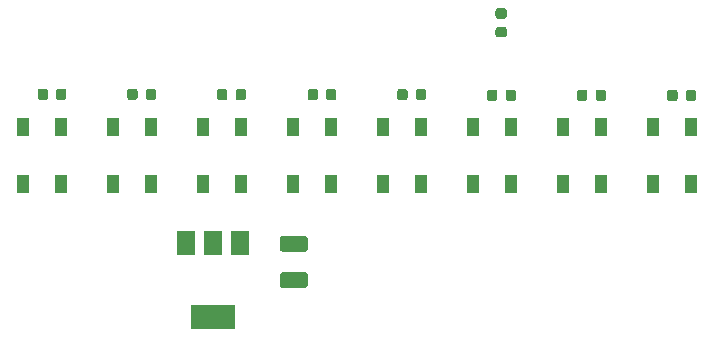
<source format=gbr>
G04 #@! TF.GenerationSoftware,KiCad,Pcbnew,(5.1.2-1)-1*
G04 #@! TF.CreationDate,2020-01-28T06:09:07-07:00*
G04 #@! TF.ProjectId,tiny_stick,74696e79-5f73-4746-9963-6b2e6b696361,rev?*
G04 #@! TF.SameCoordinates,Original*
G04 #@! TF.FileFunction,Paste,Top*
G04 #@! TF.FilePolarity,Positive*
%FSLAX46Y46*%
G04 Gerber Fmt 4.6, Leading zero omitted, Abs format (unit mm)*
G04 Created by KiCad (PCBNEW (5.1.2-1)-1) date 2020-01-28 06:09:07*
%MOMM*%
%LPD*%
G04 APERTURE LIST*
%ADD10C,0.100000*%
%ADD11C,0.875000*%
%ADD12C,1.325000*%
%ADD13R,1.500000X2.000000*%
%ADD14R,3.800000X2.000000*%
%ADD15R,1.000000X1.500000*%
G04 APERTURE END LIST*
D10*
G36*
X90791291Y-83244453D02*
G01*
X90812526Y-83247603D01*
X90833350Y-83252819D01*
X90853562Y-83260051D01*
X90872968Y-83269230D01*
X90891381Y-83280266D01*
X90908624Y-83293054D01*
X90924530Y-83307470D01*
X90938946Y-83323376D01*
X90951734Y-83340619D01*
X90962770Y-83359032D01*
X90971949Y-83378438D01*
X90979181Y-83398650D01*
X90984397Y-83419474D01*
X90987547Y-83440709D01*
X90988600Y-83462150D01*
X90988600Y-83974650D01*
X90987547Y-83996091D01*
X90984397Y-84017326D01*
X90979181Y-84038150D01*
X90971949Y-84058362D01*
X90962770Y-84077768D01*
X90951734Y-84096181D01*
X90938946Y-84113424D01*
X90924530Y-84129330D01*
X90908624Y-84143746D01*
X90891381Y-84156534D01*
X90872968Y-84167570D01*
X90853562Y-84176749D01*
X90833350Y-84183981D01*
X90812526Y-84189197D01*
X90791291Y-84192347D01*
X90769850Y-84193400D01*
X90332350Y-84193400D01*
X90310909Y-84192347D01*
X90289674Y-84189197D01*
X90268850Y-84183981D01*
X90248638Y-84176749D01*
X90229232Y-84167570D01*
X90210819Y-84156534D01*
X90193576Y-84143746D01*
X90177670Y-84129330D01*
X90163254Y-84113424D01*
X90150466Y-84096181D01*
X90139430Y-84077768D01*
X90130251Y-84058362D01*
X90123019Y-84038150D01*
X90117803Y-84017326D01*
X90114653Y-83996091D01*
X90113600Y-83974650D01*
X90113600Y-83462150D01*
X90114653Y-83440709D01*
X90117803Y-83419474D01*
X90123019Y-83398650D01*
X90130251Y-83378438D01*
X90139430Y-83359032D01*
X90150466Y-83340619D01*
X90163254Y-83323376D01*
X90177670Y-83307470D01*
X90193576Y-83293054D01*
X90210819Y-83280266D01*
X90229232Y-83269230D01*
X90248638Y-83260051D01*
X90268850Y-83252819D01*
X90289674Y-83247603D01*
X90310909Y-83244453D01*
X90332350Y-83243400D01*
X90769850Y-83243400D01*
X90791291Y-83244453D01*
X90791291Y-83244453D01*
G37*
D11*
X90551100Y-83718400D03*
D10*
G36*
X89216291Y-83244453D02*
G01*
X89237526Y-83247603D01*
X89258350Y-83252819D01*
X89278562Y-83260051D01*
X89297968Y-83269230D01*
X89316381Y-83280266D01*
X89333624Y-83293054D01*
X89349530Y-83307470D01*
X89363946Y-83323376D01*
X89376734Y-83340619D01*
X89387770Y-83359032D01*
X89396949Y-83378438D01*
X89404181Y-83398650D01*
X89409397Y-83419474D01*
X89412547Y-83440709D01*
X89413600Y-83462150D01*
X89413600Y-83974650D01*
X89412547Y-83996091D01*
X89409397Y-84017326D01*
X89404181Y-84038150D01*
X89396949Y-84058362D01*
X89387770Y-84077768D01*
X89376734Y-84096181D01*
X89363946Y-84113424D01*
X89349530Y-84129330D01*
X89333624Y-84143746D01*
X89316381Y-84156534D01*
X89297968Y-84167570D01*
X89278562Y-84176749D01*
X89258350Y-84183981D01*
X89237526Y-84189197D01*
X89216291Y-84192347D01*
X89194850Y-84193400D01*
X88757350Y-84193400D01*
X88735909Y-84192347D01*
X88714674Y-84189197D01*
X88693850Y-84183981D01*
X88673638Y-84176749D01*
X88654232Y-84167570D01*
X88635819Y-84156534D01*
X88618576Y-84143746D01*
X88602670Y-84129330D01*
X88588254Y-84113424D01*
X88575466Y-84096181D01*
X88564430Y-84077768D01*
X88555251Y-84058362D01*
X88548019Y-84038150D01*
X88542803Y-84017326D01*
X88539653Y-83996091D01*
X88538600Y-83974650D01*
X88538600Y-83462150D01*
X88539653Y-83440709D01*
X88542803Y-83419474D01*
X88548019Y-83398650D01*
X88555251Y-83378438D01*
X88564430Y-83359032D01*
X88575466Y-83340619D01*
X88588254Y-83323376D01*
X88602670Y-83307470D01*
X88618576Y-83293054D01*
X88635819Y-83280266D01*
X88654232Y-83269230D01*
X88673638Y-83260051D01*
X88693850Y-83252819D01*
X88714674Y-83247603D01*
X88735909Y-83244453D01*
X88757350Y-83243400D01*
X89194850Y-83243400D01*
X89216291Y-83244453D01*
X89216291Y-83244453D01*
G37*
D11*
X88976100Y-83718400D03*
D10*
G36*
X111185505Y-98793204D02*
G01*
X111209773Y-98796804D01*
X111233572Y-98802765D01*
X111256671Y-98811030D01*
X111278850Y-98821520D01*
X111299893Y-98834132D01*
X111319599Y-98848747D01*
X111337777Y-98865223D01*
X111354253Y-98883401D01*
X111368868Y-98903107D01*
X111381480Y-98924150D01*
X111391970Y-98946329D01*
X111400235Y-98969428D01*
X111406196Y-98993227D01*
X111409796Y-99017495D01*
X111411000Y-99041999D01*
X111411000Y-99867001D01*
X111409796Y-99891505D01*
X111406196Y-99915773D01*
X111400235Y-99939572D01*
X111391970Y-99962671D01*
X111381480Y-99984850D01*
X111368868Y-100005893D01*
X111354253Y-100025599D01*
X111337777Y-100043777D01*
X111319599Y-100060253D01*
X111299893Y-100074868D01*
X111278850Y-100087480D01*
X111256671Y-100097970D01*
X111233572Y-100106235D01*
X111209773Y-100112196D01*
X111185505Y-100115796D01*
X111161001Y-100117000D01*
X109310999Y-100117000D01*
X109286495Y-100115796D01*
X109262227Y-100112196D01*
X109238428Y-100106235D01*
X109215329Y-100097970D01*
X109193150Y-100087480D01*
X109172107Y-100074868D01*
X109152401Y-100060253D01*
X109134223Y-100043777D01*
X109117747Y-100025599D01*
X109103132Y-100005893D01*
X109090520Y-99984850D01*
X109080030Y-99962671D01*
X109071765Y-99939572D01*
X109065804Y-99915773D01*
X109062204Y-99891505D01*
X109061000Y-99867001D01*
X109061000Y-99041999D01*
X109062204Y-99017495D01*
X109065804Y-98993227D01*
X109071765Y-98969428D01*
X109080030Y-98946329D01*
X109090520Y-98924150D01*
X109103132Y-98903107D01*
X109117747Y-98883401D01*
X109134223Y-98865223D01*
X109152401Y-98848747D01*
X109172107Y-98834132D01*
X109193150Y-98821520D01*
X109215329Y-98811030D01*
X109238428Y-98802765D01*
X109262227Y-98796804D01*
X109286495Y-98793204D01*
X109310999Y-98792000D01*
X111161001Y-98792000D01*
X111185505Y-98793204D01*
X111185505Y-98793204D01*
G37*
D12*
X110236000Y-99454500D03*
D10*
G36*
X111185505Y-95718204D02*
G01*
X111209773Y-95721804D01*
X111233572Y-95727765D01*
X111256671Y-95736030D01*
X111278850Y-95746520D01*
X111299893Y-95759132D01*
X111319599Y-95773747D01*
X111337777Y-95790223D01*
X111354253Y-95808401D01*
X111368868Y-95828107D01*
X111381480Y-95849150D01*
X111391970Y-95871329D01*
X111400235Y-95894428D01*
X111406196Y-95918227D01*
X111409796Y-95942495D01*
X111411000Y-95966999D01*
X111411000Y-96792001D01*
X111409796Y-96816505D01*
X111406196Y-96840773D01*
X111400235Y-96864572D01*
X111391970Y-96887671D01*
X111381480Y-96909850D01*
X111368868Y-96930893D01*
X111354253Y-96950599D01*
X111337777Y-96968777D01*
X111319599Y-96985253D01*
X111299893Y-96999868D01*
X111278850Y-97012480D01*
X111256671Y-97022970D01*
X111233572Y-97031235D01*
X111209773Y-97037196D01*
X111185505Y-97040796D01*
X111161001Y-97042000D01*
X109310999Y-97042000D01*
X109286495Y-97040796D01*
X109262227Y-97037196D01*
X109238428Y-97031235D01*
X109215329Y-97022970D01*
X109193150Y-97012480D01*
X109172107Y-96999868D01*
X109152401Y-96985253D01*
X109134223Y-96968777D01*
X109117747Y-96950599D01*
X109103132Y-96930893D01*
X109090520Y-96909850D01*
X109080030Y-96887671D01*
X109071765Y-96864572D01*
X109065804Y-96840773D01*
X109062204Y-96816505D01*
X109061000Y-96792001D01*
X109061000Y-95966999D01*
X109062204Y-95942495D01*
X109065804Y-95918227D01*
X109071765Y-95894428D01*
X109080030Y-95871329D01*
X109090520Y-95849150D01*
X109103132Y-95828107D01*
X109117747Y-95808401D01*
X109134223Y-95790223D01*
X109152401Y-95773747D01*
X109172107Y-95759132D01*
X109193150Y-95746520D01*
X109215329Y-95736030D01*
X109238428Y-95727765D01*
X109262227Y-95721804D01*
X109286495Y-95718204D01*
X109310999Y-95717000D01*
X111161001Y-95717000D01*
X111185505Y-95718204D01*
X111185505Y-95718204D01*
G37*
D12*
X110236000Y-96379500D03*
D13*
X105678000Y-96291000D03*
X101078000Y-96291000D03*
X103378000Y-96291000D03*
D14*
X103378000Y-102591000D03*
D10*
G36*
X128065091Y-78024253D02*
G01*
X128086326Y-78027403D01*
X128107150Y-78032619D01*
X128127362Y-78039851D01*
X128146768Y-78049030D01*
X128165181Y-78060066D01*
X128182424Y-78072854D01*
X128198330Y-78087270D01*
X128212746Y-78103176D01*
X128225534Y-78120419D01*
X128236570Y-78138832D01*
X128245749Y-78158238D01*
X128252981Y-78178450D01*
X128258197Y-78199274D01*
X128261347Y-78220509D01*
X128262400Y-78241950D01*
X128262400Y-78679450D01*
X128261347Y-78700891D01*
X128258197Y-78722126D01*
X128252981Y-78742950D01*
X128245749Y-78763162D01*
X128236570Y-78782568D01*
X128225534Y-78800981D01*
X128212746Y-78818224D01*
X128198330Y-78834130D01*
X128182424Y-78848546D01*
X128165181Y-78861334D01*
X128146768Y-78872370D01*
X128127362Y-78881549D01*
X128107150Y-78888781D01*
X128086326Y-78893997D01*
X128065091Y-78897147D01*
X128043650Y-78898200D01*
X127531150Y-78898200D01*
X127509709Y-78897147D01*
X127488474Y-78893997D01*
X127467650Y-78888781D01*
X127447438Y-78881549D01*
X127428032Y-78872370D01*
X127409619Y-78861334D01*
X127392376Y-78848546D01*
X127376470Y-78834130D01*
X127362054Y-78818224D01*
X127349266Y-78800981D01*
X127338230Y-78782568D01*
X127329051Y-78763162D01*
X127321819Y-78742950D01*
X127316603Y-78722126D01*
X127313453Y-78700891D01*
X127312400Y-78679450D01*
X127312400Y-78241950D01*
X127313453Y-78220509D01*
X127316603Y-78199274D01*
X127321819Y-78178450D01*
X127329051Y-78158238D01*
X127338230Y-78138832D01*
X127349266Y-78120419D01*
X127362054Y-78103176D01*
X127376470Y-78087270D01*
X127392376Y-78072854D01*
X127409619Y-78060066D01*
X127428032Y-78049030D01*
X127447438Y-78039851D01*
X127467650Y-78032619D01*
X127488474Y-78027403D01*
X127509709Y-78024253D01*
X127531150Y-78023200D01*
X128043650Y-78023200D01*
X128065091Y-78024253D01*
X128065091Y-78024253D01*
G37*
D11*
X127787400Y-78460700D03*
D10*
G36*
X128065091Y-76449253D02*
G01*
X128086326Y-76452403D01*
X128107150Y-76457619D01*
X128127362Y-76464851D01*
X128146768Y-76474030D01*
X128165181Y-76485066D01*
X128182424Y-76497854D01*
X128198330Y-76512270D01*
X128212746Y-76528176D01*
X128225534Y-76545419D01*
X128236570Y-76563832D01*
X128245749Y-76583238D01*
X128252981Y-76603450D01*
X128258197Y-76624274D01*
X128261347Y-76645509D01*
X128262400Y-76666950D01*
X128262400Y-77104450D01*
X128261347Y-77125891D01*
X128258197Y-77147126D01*
X128252981Y-77167950D01*
X128245749Y-77188162D01*
X128236570Y-77207568D01*
X128225534Y-77225981D01*
X128212746Y-77243224D01*
X128198330Y-77259130D01*
X128182424Y-77273546D01*
X128165181Y-77286334D01*
X128146768Y-77297370D01*
X128127362Y-77306549D01*
X128107150Y-77313781D01*
X128086326Y-77318997D01*
X128065091Y-77322147D01*
X128043650Y-77323200D01*
X127531150Y-77323200D01*
X127509709Y-77322147D01*
X127488474Y-77318997D01*
X127467650Y-77313781D01*
X127447438Y-77306549D01*
X127428032Y-77297370D01*
X127409619Y-77286334D01*
X127392376Y-77273546D01*
X127376470Y-77259130D01*
X127362054Y-77243224D01*
X127349266Y-77225981D01*
X127338230Y-77207568D01*
X127329051Y-77188162D01*
X127321819Y-77167950D01*
X127316603Y-77147126D01*
X127313453Y-77125891D01*
X127312400Y-77104450D01*
X127312400Y-76666950D01*
X127313453Y-76645509D01*
X127316603Y-76624274D01*
X127321819Y-76603450D01*
X127329051Y-76583238D01*
X127338230Y-76563832D01*
X127349266Y-76545419D01*
X127362054Y-76528176D01*
X127376470Y-76512270D01*
X127392376Y-76497854D01*
X127409619Y-76485066D01*
X127428032Y-76474030D01*
X127447438Y-76464851D01*
X127467650Y-76457619D01*
X127488474Y-76452403D01*
X127509709Y-76449253D01*
X127531150Y-76448200D01*
X128043650Y-76448200D01*
X128065091Y-76449253D01*
X128065091Y-76449253D01*
G37*
D11*
X127787400Y-76885700D03*
D15*
X140640000Y-91350000D03*
X143840000Y-91350000D03*
X140640000Y-86450000D03*
X143840000Y-86450000D03*
X133020000Y-91350000D03*
X136220000Y-91350000D03*
X133020000Y-86450000D03*
X136220000Y-86450000D03*
X125400000Y-91350000D03*
X128600000Y-91350000D03*
X125400000Y-86450000D03*
X128600000Y-86450000D03*
X117780000Y-91350000D03*
X120980000Y-91350000D03*
X117780000Y-86450000D03*
X120980000Y-86450000D03*
X110160000Y-91350000D03*
X113360000Y-91350000D03*
X110160000Y-86450000D03*
X113360000Y-86450000D03*
X102540000Y-91350000D03*
X105740000Y-91350000D03*
X102540000Y-86450000D03*
X105740000Y-86450000D03*
X94920000Y-91350000D03*
X98120000Y-91350000D03*
X94920000Y-86450000D03*
X98120000Y-86450000D03*
X87300000Y-91350000D03*
X90500000Y-91350000D03*
X87300000Y-86450000D03*
X90500000Y-86450000D03*
D10*
G36*
X144105891Y-83346053D02*
G01*
X144127126Y-83349203D01*
X144147950Y-83354419D01*
X144168162Y-83361651D01*
X144187568Y-83370830D01*
X144205981Y-83381866D01*
X144223224Y-83394654D01*
X144239130Y-83409070D01*
X144253546Y-83424976D01*
X144266334Y-83442219D01*
X144277370Y-83460632D01*
X144286549Y-83480038D01*
X144293781Y-83500250D01*
X144298997Y-83521074D01*
X144302147Y-83542309D01*
X144303200Y-83563750D01*
X144303200Y-84076250D01*
X144302147Y-84097691D01*
X144298997Y-84118926D01*
X144293781Y-84139750D01*
X144286549Y-84159962D01*
X144277370Y-84179368D01*
X144266334Y-84197781D01*
X144253546Y-84215024D01*
X144239130Y-84230930D01*
X144223224Y-84245346D01*
X144205981Y-84258134D01*
X144187568Y-84269170D01*
X144168162Y-84278349D01*
X144147950Y-84285581D01*
X144127126Y-84290797D01*
X144105891Y-84293947D01*
X144084450Y-84295000D01*
X143646950Y-84295000D01*
X143625509Y-84293947D01*
X143604274Y-84290797D01*
X143583450Y-84285581D01*
X143563238Y-84278349D01*
X143543832Y-84269170D01*
X143525419Y-84258134D01*
X143508176Y-84245346D01*
X143492270Y-84230930D01*
X143477854Y-84215024D01*
X143465066Y-84197781D01*
X143454030Y-84179368D01*
X143444851Y-84159962D01*
X143437619Y-84139750D01*
X143432403Y-84118926D01*
X143429253Y-84097691D01*
X143428200Y-84076250D01*
X143428200Y-83563750D01*
X143429253Y-83542309D01*
X143432403Y-83521074D01*
X143437619Y-83500250D01*
X143444851Y-83480038D01*
X143454030Y-83460632D01*
X143465066Y-83442219D01*
X143477854Y-83424976D01*
X143492270Y-83409070D01*
X143508176Y-83394654D01*
X143525419Y-83381866D01*
X143543832Y-83370830D01*
X143563238Y-83361651D01*
X143583450Y-83354419D01*
X143604274Y-83349203D01*
X143625509Y-83346053D01*
X143646950Y-83345000D01*
X144084450Y-83345000D01*
X144105891Y-83346053D01*
X144105891Y-83346053D01*
G37*
D11*
X143865700Y-83820000D03*
D10*
G36*
X142530891Y-83346053D02*
G01*
X142552126Y-83349203D01*
X142572950Y-83354419D01*
X142593162Y-83361651D01*
X142612568Y-83370830D01*
X142630981Y-83381866D01*
X142648224Y-83394654D01*
X142664130Y-83409070D01*
X142678546Y-83424976D01*
X142691334Y-83442219D01*
X142702370Y-83460632D01*
X142711549Y-83480038D01*
X142718781Y-83500250D01*
X142723997Y-83521074D01*
X142727147Y-83542309D01*
X142728200Y-83563750D01*
X142728200Y-84076250D01*
X142727147Y-84097691D01*
X142723997Y-84118926D01*
X142718781Y-84139750D01*
X142711549Y-84159962D01*
X142702370Y-84179368D01*
X142691334Y-84197781D01*
X142678546Y-84215024D01*
X142664130Y-84230930D01*
X142648224Y-84245346D01*
X142630981Y-84258134D01*
X142612568Y-84269170D01*
X142593162Y-84278349D01*
X142572950Y-84285581D01*
X142552126Y-84290797D01*
X142530891Y-84293947D01*
X142509450Y-84295000D01*
X142071950Y-84295000D01*
X142050509Y-84293947D01*
X142029274Y-84290797D01*
X142008450Y-84285581D01*
X141988238Y-84278349D01*
X141968832Y-84269170D01*
X141950419Y-84258134D01*
X141933176Y-84245346D01*
X141917270Y-84230930D01*
X141902854Y-84215024D01*
X141890066Y-84197781D01*
X141879030Y-84179368D01*
X141869851Y-84159962D01*
X141862619Y-84139750D01*
X141857403Y-84118926D01*
X141854253Y-84097691D01*
X141853200Y-84076250D01*
X141853200Y-83563750D01*
X141854253Y-83542309D01*
X141857403Y-83521074D01*
X141862619Y-83500250D01*
X141869851Y-83480038D01*
X141879030Y-83460632D01*
X141890066Y-83442219D01*
X141902854Y-83424976D01*
X141917270Y-83409070D01*
X141933176Y-83394654D01*
X141950419Y-83381866D01*
X141968832Y-83370830D01*
X141988238Y-83361651D01*
X142008450Y-83354419D01*
X142029274Y-83349203D01*
X142050509Y-83346053D01*
X142071950Y-83345000D01*
X142509450Y-83345000D01*
X142530891Y-83346053D01*
X142530891Y-83346053D01*
G37*
D11*
X142290700Y-83820000D03*
D10*
G36*
X136460491Y-83320653D02*
G01*
X136481726Y-83323803D01*
X136502550Y-83329019D01*
X136522762Y-83336251D01*
X136542168Y-83345430D01*
X136560581Y-83356466D01*
X136577824Y-83369254D01*
X136593730Y-83383670D01*
X136608146Y-83399576D01*
X136620934Y-83416819D01*
X136631970Y-83435232D01*
X136641149Y-83454638D01*
X136648381Y-83474850D01*
X136653597Y-83495674D01*
X136656747Y-83516909D01*
X136657800Y-83538350D01*
X136657800Y-84050850D01*
X136656747Y-84072291D01*
X136653597Y-84093526D01*
X136648381Y-84114350D01*
X136641149Y-84134562D01*
X136631970Y-84153968D01*
X136620934Y-84172381D01*
X136608146Y-84189624D01*
X136593730Y-84205530D01*
X136577824Y-84219946D01*
X136560581Y-84232734D01*
X136542168Y-84243770D01*
X136522762Y-84252949D01*
X136502550Y-84260181D01*
X136481726Y-84265397D01*
X136460491Y-84268547D01*
X136439050Y-84269600D01*
X136001550Y-84269600D01*
X135980109Y-84268547D01*
X135958874Y-84265397D01*
X135938050Y-84260181D01*
X135917838Y-84252949D01*
X135898432Y-84243770D01*
X135880019Y-84232734D01*
X135862776Y-84219946D01*
X135846870Y-84205530D01*
X135832454Y-84189624D01*
X135819666Y-84172381D01*
X135808630Y-84153968D01*
X135799451Y-84134562D01*
X135792219Y-84114350D01*
X135787003Y-84093526D01*
X135783853Y-84072291D01*
X135782800Y-84050850D01*
X135782800Y-83538350D01*
X135783853Y-83516909D01*
X135787003Y-83495674D01*
X135792219Y-83474850D01*
X135799451Y-83454638D01*
X135808630Y-83435232D01*
X135819666Y-83416819D01*
X135832454Y-83399576D01*
X135846870Y-83383670D01*
X135862776Y-83369254D01*
X135880019Y-83356466D01*
X135898432Y-83345430D01*
X135917838Y-83336251D01*
X135938050Y-83329019D01*
X135958874Y-83323803D01*
X135980109Y-83320653D01*
X136001550Y-83319600D01*
X136439050Y-83319600D01*
X136460491Y-83320653D01*
X136460491Y-83320653D01*
G37*
D11*
X136220300Y-83794600D03*
D10*
G36*
X134885491Y-83320653D02*
G01*
X134906726Y-83323803D01*
X134927550Y-83329019D01*
X134947762Y-83336251D01*
X134967168Y-83345430D01*
X134985581Y-83356466D01*
X135002824Y-83369254D01*
X135018730Y-83383670D01*
X135033146Y-83399576D01*
X135045934Y-83416819D01*
X135056970Y-83435232D01*
X135066149Y-83454638D01*
X135073381Y-83474850D01*
X135078597Y-83495674D01*
X135081747Y-83516909D01*
X135082800Y-83538350D01*
X135082800Y-84050850D01*
X135081747Y-84072291D01*
X135078597Y-84093526D01*
X135073381Y-84114350D01*
X135066149Y-84134562D01*
X135056970Y-84153968D01*
X135045934Y-84172381D01*
X135033146Y-84189624D01*
X135018730Y-84205530D01*
X135002824Y-84219946D01*
X134985581Y-84232734D01*
X134967168Y-84243770D01*
X134947762Y-84252949D01*
X134927550Y-84260181D01*
X134906726Y-84265397D01*
X134885491Y-84268547D01*
X134864050Y-84269600D01*
X134426550Y-84269600D01*
X134405109Y-84268547D01*
X134383874Y-84265397D01*
X134363050Y-84260181D01*
X134342838Y-84252949D01*
X134323432Y-84243770D01*
X134305019Y-84232734D01*
X134287776Y-84219946D01*
X134271870Y-84205530D01*
X134257454Y-84189624D01*
X134244666Y-84172381D01*
X134233630Y-84153968D01*
X134224451Y-84134562D01*
X134217219Y-84114350D01*
X134212003Y-84093526D01*
X134208853Y-84072291D01*
X134207800Y-84050850D01*
X134207800Y-83538350D01*
X134208853Y-83516909D01*
X134212003Y-83495674D01*
X134217219Y-83474850D01*
X134224451Y-83454638D01*
X134233630Y-83435232D01*
X134244666Y-83416819D01*
X134257454Y-83399576D01*
X134271870Y-83383670D01*
X134287776Y-83369254D01*
X134305019Y-83356466D01*
X134323432Y-83345430D01*
X134342838Y-83336251D01*
X134363050Y-83329019D01*
X134383874Y-83323803D01*
X134405109Y-83320653D01*
X134426550Y-83319600D01*
X134864050Y-83319600D01*
X134885491Y-83320653D01*
X134885491Y-83320653D01*
G37*
D11*
X134645300Y-83794600D03*
D10*
G36*
X128840491Y-83320653D02*
G01*
X128861726Y-83323803D01*
X128882550Y-83329019D01*
X128902762Y-83336251D01*
X128922168Y-83345430D01*
X128940581Y-83356466D01*
X128957824Y-83369254D01*
X128973730Y-83383670D01*
X128988146Y-83399576D01*
X129000934Y-83416819D01*
X129011970Y-83435232D01*
X129021149Y-83454638D01*
X129028381Y-83474850D01*
X129033597Y-83495674D01*
X129036747Y-83516909D01*
X129037800Y-83538350D01*
X129037800Y-84050850D01*
X129036747Y-84072291D01*
X129033597Y-84093526D01*
X129028381Y-84114350D01*
X129021149Y-84134562D01*
X129011970Y-84153968D01*
X129000934Y-84172381D01*
X128988146Y-84189624D01*
X128973730Y-84205530D01*
X128957824Y-84219946D01*
X128940581Y-84232734D01*
X128922168Y-84243770D01*
X128902762Y-84252949D01*
X128882550Y-84260181D01*
X128861726Y-84265397D01*
X128840491Y-84268547D01*
X128819050Y-84269600D01*
X128381550Y-84269600D01*
X128360109Y-84268547D01*
X128338874Y-84265397D01*
X128318050Y-84260181D01*
X128297838Y-84252949D01*
X128278432Y-84243770D01*
X128260019Y-84232734D01*
X128242776Y-84219946D01*
X128226870Y-84205530D01*
X128212454Y-84189624D01*
X128199666Y-84172381D01*
X128188630Y-84153968D01*
X128179451Y-84134562D01*
X128172219Y-84114350D01*
X128167003Y-84093526D01*
X128163853Y-84072291D01*
X128162800Y-84050850D01*
X128162800Y-83538350D01*
X128163853Y-83516909D01*
X128167003Y-83495674D01*
X128172219Y-83474850D01*
X128179451Y-83454638D01*
X128188630Y-83435232D01*
X128199666Y-83416819D01*
X128212454Y-83399576D01*
X128226870Y-83383670D01*
X128242776Y-83369254D01*
X128260019Y-83356466D01*
X128278432Y-83345430D01*
X128297838Y-83336251D01*
X128318050Y-83329019D01*
X128338874Y-83323803D01*
X128360109Y-83320653D01*
X128381550Y-83319600D01*
X128819050Y-83319600D01*
X128840491Y-83320653D01*
X128840491Y-83320653D01*
G37*
D11*
X128600300Y-83794600D03*
D10*
G36*
X127265491Y-83320653D02*
G01*
X127286726Y-83323803D01*
X127307550Y-83329019D01*
X127327762Y-83336251D01*
X127347168Y-83345430D01*
X127365581Y-83356466D01*
X127382824Y-83369254D01*
X127398730Y-83383670D01*
X127413146Y-83399576D01*
X127425934Y-83416819D01*
X127436970Y-83435232D01*
X127446149Y-83454638D01*
X127453381Y-83474850D01*
X127458597Y-83495674D01*
X127461747Y-83516909D01*
X127462800Y-83538350D01*
X127462800Y-84050850D01*
X127461747Y-84072291D01*
X127458597Y-84093526D01*
X127453381Y-84114350D01*
X127446149Y-84134562D01*
X127436970Y-84153968D01*
X127425934Y-84172381D01*
X127413146Y-84189624D01*
X127398730Y-84205530D01*
X127382824Y-84219946D01*
X127365581Y-84232734D01*
X127347168Y-84243770D01*
X127327762Y-84252949D01*
X127307550Y-84260181D01*
X127286726Y-84265397D01*
X127265491Y-84268547D01*
X127244050Y-84269600D01*
X126806550Y-84269600D01*
X126785109Y-84268547D01*
X126763874Y-84265397D01*
X126743050Y-84260181D01*
X126722838Y-84252949D01*
X126703432Y-84243770D01*
X126685019Y-84232734D01*
X126667776Y-84219946D01*
X126651870Y-84205530D01*
X126637454Y-84189624D01*
X126624666Y-84172381D01*
X126613630Y-84153968D01*
X126604451Y-84134562D01*
X126597219Y-84114350D01*
X126592003Y-84093526D01*
X126588853Y-84072291D01*
X126587800Y-84050850D01*
X126587800Y-83538350D01*
X126588853Y-83516909D01*
X126592003Y-83495674D01*
X126597219Y-83474850D01*
X126604451Y-83454638D01*
X126613630Y-83435232D01*
X126624666Y-83416819D01*
X126637454Y-83399576D01*
X126651870Y-83383670D01*
X126667776Y-83369254D01*
X126685019Y-83356466D01*
X126703432Y-83345430D01*
X126722838Y-83336251D01*
X126743050Y-83329019D01*
X126763874Y-83323803D01*
X126785109Y-83320653D01*
X126806550Y-83319600D01*
X127244050Y-83319600D01*
X127265491Y-83320653D01*
X127265491Y-83320653D01*
G37*
D11*
X127025300Y-83794600D03*
D10*
G36*
X121245891Y-83269853D02*
G01*
X121267126Y-83273003D01*
X121287950Y-83278219D01*
X121308162Y-83285451D01*
X121327568Y-83294630D01*
X121345981Y-83305666D01*
X121363224Y-83318454D01*
X121379130Y-83332870D01*
X121393546Y-83348776D01*
X121406334Y-83366019D01*
X121417370Y-83384432D01*
X121426549Y-83403838D01*
X121433781Y-83424050D01*
X121438997Y-83444874D01*
X121442147Y-83466109D01*
X121443200Y-83487550D01*
X121443200Y-84000050D01*
X121442147Y-84021491D01*
X121438997Y-84042726D01*
X121433781Y-84063550D01*
X121426549Y-84083762D01*
X121417370Y-84103168D01*
X121406334Y-84121581D01*
X121393546Y-84138824D01*
X121379130Y-84154730D01*
X121363224Y-84169146D01*
X121345981Y-84181934D01*
X121327568Y-84192970D01*
X121308162Y-84202149D01*
X121287950Y-84209381D01*
X121267126Y-84214597D01*
X121245891Y-84217747D01*
X121224450Y-84218800D01*
X120786950Y-84218800D01*
X120765509Y-84217747D01*
X120744274Y-84214597D01*
X120723450Y-84209381D01*
X120703238Y-84202149D01*
X120683832Y-84192970D01*
X120665419Y-84181934D01*
X120648176Y-84169146D01*
X120632270Y-84154730D01*
X120617854Y-84138824D01*
X120605066Y-84121581D01*
X120594030Y-84103168D01*
X120584851Y-84083762D01*
X120577619Y-84063550D01*
X120572403Y-84042726D01*
X120569253Y-84021491D01*
X120568200Y-84000050D01*
X120568200Y-83487550D01*
X120569253Y-83466109D01*
X120572403Y-83444874D01*
X120577619Y-83424050D01*
X120584851Y-83403838D01*
X120594030Y-83384432D01*
X120605066Y-83366019D01*
X120617854Y-83348776D01*
X120632270Y-83332870D01*
X120648176Y-83318454D01*
X120665419Y-83305666D01*
X120683832Y-83294630D01*
X120703238Y-83285451D01*
X120723450Y-83278219D01*
X120744274Y-83273003D01*
X120765509Y-83269853D01*
X120786950Y-83268800D01*
X121224450Y-83268800D01*
X121245891Y-83269853D01*
X121245891Y-83269853D01*
G37*
D11*
X121005700Y-83743800D03*
D10*
G36*
X119670891Y-83269853D02*
G01*
X119692126Y-83273003D01*
X119712950Y-83278219D01*
X119733162Y-83285451D01*
X119752568Y-83294630D01*
X119770981Y-83305666D01*
X119788224Y-83318454D01*
X119804130Y-83332870D01*
X119818546Y-83348776D01*
X119831334Y-83366019D01*
X119842370Y-83384432D01*
X119851549Y-83403838D01*
X119858781Y-83424050D01*
X119863997Y-83444874D01*
X119867147Y-83466109D01*
X119868200Y-83487550D01*
X119868200Y-84000050D01*
X119867147Y-84021491D01*
X119863997Y-84042726D01*
X119858781Y-84063550D01*
X119851549Y-84083762D01*
X119842370Y-84103168D01*
X119831334Y-84121581D01*
X119818546Y-84138824D01*
X119804130Y-84154730D01*
X119788224Y-84169146D01*
X119770981Y-84181934D01*
X119752568Y-84192970D01*
X119733162Y-84202149D01*
X119712950Y-84209381D01*
X119692126Y-84214597D01*
X119670891Y-84217747D01*
X119649450Y-84218800D01*
X119211950Y-84218800D01*
X119190509Y-84217747D01*
X119169274Y-84214597D01*
X119148450Y-84209381D01*
X119128238Y-84202149D01*
X119108832Y-84192970D01*
X119090419Y-84181934D01*
X119073176Y-84169146D01*
X119057270Y-84154730D01*
X119042854Y-84138824D01*
X119030066Y-84121581D01*
X119019030Y-84103168D01*
X119009851Y-84083762D01*
X119002619Y-84063550D01*
X118997403Y-84042726D01*
X118994253Y-84021491D01*
X118993200Y-84000050D01*
X118993200Y-83487550D01*
X118994253Y-83466109D01*
X118997403Y-83444874D01*
X119002619Y-83424050D01*
X119009851Y-83403838D01*
X119019030Y-83384432D01*
X119030066Y-83366019D01*
X119042854Y-83348776D01*
X119057270Y-83332870D01*
X119073176Y-83318454D01*
X119090419Y-83305666D01*
X119108832Y-83294630D01*
X119128238Y-83285451D01*
X119148450Y-83278219D01*
X119169274Y-83273003D01*
X119190509Y-83269853D01*
X119211950Y-83268800D01*
X119649450Y-83268800D01*
X119670891Y-83269853D01*
X119670891Y-83269853D01*
G37*
D11*
X119430700Y-83743800D03*
D10*
G36*
X113651291Y-83269853D02*
G01*
X113672526Y-83273003D01*
X113693350Y-83278219D01*
X113713562Y-83285451D01*
X113732968Y-83294630D01*
X113751381Y-83305666D01*
X113768624Y-83318454D01*
X113784530Y-83332870D01*
X113798946Y-83348776D01*
X113811734Y-83366019D01*
X113822770Y-83384432D01*
X113831949Y-83403838D01*
X113839181Y-83424050D01*
X113844397Y-83444874D01*
X113847547Y-83466109D01*
X113848600Y-83487550D01*
X113848600Y-84000050D01*
X113847547Y-84021491D01*
X113844397Y-84042726D01*
X113839181Y-84063550D01*
X113831949Y-84083762D01*
X113822770Y-84103168D01*
X113811734Y-84121581D01*
X113798946Y-84138824D01*
X113784530Y-84154730D01*
X113768624Y-84169146D01*
X113751381Y-84181934D01*
X113732968Y-84192970D01*
X113713562Y-84202149D01*
X113693350Y-84209381D01*
X113672526Y-84214597D01*
X113651291Y-84217747D01*
X113629850Y-84218800D01*
X113192350Y-84218800D01*
X113170909Y-84217747D01*
X113149674Y-84214597D01*
X113128850Y-84209381D01*
X113108638Y-84202149D01*
X113089232Y-84192970D01*
X113070819Y-84181934D01*
X113053576Y-84169146D01*
X113037670Y-84154730D01*
X113023254Y-84138824D01*
X113010466Y-84121581D01*
X112999430Y-84103168D01*
X112990251Y-84083762D01*
X112983019Y-84063550D01*
X112977803Y-84042726D01*
X112974653Y-84021491D01*
X112973600Y-84000050D01*
X112973600Y-83487550D01*
X112974653Y-83466109D01*
X112977803Y-83444874D01*
X112983019Y-83424050D01*
X112990251Y-83403838D01*
X112999430Y-83384432D01*
X113010466Y-83366019D01*
X113023254Y-83348776D01*
X113037670Y-83332870D01*
X113053576Y-83318454D01*
X113070819Y-83305666D01*
X113089232Y-83294630D01*
X113108638Y-83285451D01*
X113128850Y-83278219D01*
X113149674Y-83273003D01*
X113170909Y-83269853D01*
X113192350Y-83268800D01*
X113629850Y-83268800D01*
X113651291Y-83269853D01*
X113651291Y-83269853D01*
G37*
D11*
X113411100Y-83743800D03*
D10*
G36*
X112076291Y-83269853D02*
G01*
X112097526Y-83273003D01*
X112118350Y-83278219D01*
X112138562Y-83285451D01*
X112157968Y-83294630D01*
X112176381Y-83305666D01*
X112193624Y-83318454D01*
X112209530Y-83332870D01*
X112223946Y-83348776D01*
X112236734Y-83366019D01*
X112247770Y-83384432D01*
X112256949Y-83403838D01*
X112264181Y-83424050D01*
X112269397Y-83444874D01*
X112272547Y-83466109D01*
X112273600Y-83487550D01*
X112273600Y-84000050D01*
X112272547Y-84021491D01*
X112269397Y-84042726D01*
X112264181Y-84063550D01*
X112256949Y-84083762D01*
X112247770Y-84103168D01*
X112236734Y-84121581D01*
X112223946Y-84138824D01*
X112209530Y-84154730D01*
X112193624Y-84169146D01*
X112176381Y-84181934D01*
X112157968Y-84192970D01*
X112138562Y-84202149D01*
X112118350Y-84209381D01*
X112097526Y-84214597D01*
X112076291Y-84217747D01*
X112054850Y-84218800D01*
X111617350Y-84218800D01*
X111595909Y-84217747D01*
X111574674Y-84214597D01*
X111553850Y-84209381D01*
X111533638Y-84202149D01*
X111514232Y-84192970D01*
X111495819Y-84181934D01*
X111478576Y-84169146D01*
X111462670Y-84154730D01*
X111448254Y-84138824D01*
X111435466Y-84121581D01*
X111424430Y-84103168D01*
X111415251Y-84083762D01*
X111408019Y-84063550D01*
X111402803Y-84042726D01*
X111399653Y-84021491D01*
X111398600Y-84000050D01*
X111398600Y-83487550D01*
X111399653Y-83466109D01*
X111402803Y-83444874D01*
X111408019Y-83424050D01*
X111415251Y-83403838D01*
X111424430Y-83384432D01*
X111435466Y-83366019D01*
X111448254Y-83348776D01*
X111462670Y-83332870D01*
X111478576Y-83318454D01*
X111495819Y-83305666D01*
X111514232Y-83294630D01*
X111533638Y-83285451D01*
X111553850Y-83278219D01*
X111574674Y-83273003D01*
X111595909Y-83269853D01*
X111617350Y-83268800D01*
X112054850Y-83268800D01*
X112076291Y-83269853D01*
X112076291Y-83269853D01*
G37*
D11*
X111836100Y-83743800D03*
D10*
G36*
X105980491Y-83269853D02*
G01*
X106001726Y-83273003D01*
X106022550Y-83278219D01*
X106042762Y-83285451D01*
X106062168Y-83294630D01*
X106080581Y-83305666D01*
X106097824Y-83318454D01*
X106113730Y-83332870D01*
X106128146Y-83348776D01*
X106140934Y-83366019D01*
X106151970Y-83384432D01*
X106161149Y-83403838D01*
X106168381Y-83424050D01*
X106173597Y-83444874D01*
X106176747Y-83466109D01*
X106177800Y-83487550D01*
X106177800Y-84000050D01*
X106176747Y-84021491D01*
X106173597Y-84042726D01*
X106168381Y-84063550D01*
X106161149Y-84083762D01*
X106151970Y-84103168D01*
X106140934Y-84121581D01*
X106128146Y-84138824D01*
X106113730Y-84154730D01*
X106097824Y-84169146D01*
X106080581Y-84181934D01*
X106062168Y-84192970D01*
X106042762Y-84202149D01*
X106022550Y-84209381D01*
X106001726Y-84214597D01*
X105980491Y-84217747D01*
X105959050Y-84218800D01*
X105521550Y-84218800D01*
X105500109Y-84217747D01*
X105478874Y-84214597D01*
X105458050Y-84209381D01*
X105437838Y-84202149D01*
X105418432Y-84192970D01*
X105400019Y-84181934D01*
X105382776Y-84169146D01*
X105366870Y-84154730D01*
X105352454Y-84138824D01*
X105339666Y-84121581D01*
X105328630Y-84103168D01*
X105319451Y-84083762D01*
X105312219Y-84063550D01*
X105307003Y-84042726D01*
X105303853Y-84021491D01*
X105302800Y-84000050D01*
X105302800Y-83487550D01*
X105303853Y-83466109D01*
X105307003Y-83444874D01*
X105312219Y-83424050D01*
X105319451Y-83403838D01*
X105328630Y-83384432D01*
X105339666Y-83366019D01*
X105352454Y-83348776D01*
X105366870Y-83332870D01*
X105382776Y-83318454D01*
X105400019Y-83305666D01*
X105418432Y-83294630D01*
X105437838Y-83285451D01*
X105458050Y-83278219D01*
X105478874Y-83273003D01*
X105500109Y-83269853D01*
X105521550Y-83268800D01*
X105959050Y-83268800D01*
X105980491Y-83269853D01*
X105980491Y-83269853D01*
G37*
D11*
X105740300Y-83743800D03*
D10*
G36*
X104405491Y-83269853D02*
G01*
X104426726Y-83273003D01*
X104447550Y-83278219D01*
X104467762Y-83285451D01*
X104487168Y-83294630D01*
X104505581Y-83305666D01*
X104522824Y-83318454D01*
X104538730Y-83332870D01*
X104553146Y-83348776D01*
X104565934Y-83366019D01*
X104576970Y-83384432D01*
X104586149Y-83403838D01*
X104593381Y-83424050D01*
X104598597Y-83444874D01*
X104601747Y-83466109D01*
X104602800Y-83487550D01*
X104602800Y-84000050D01*
X104601747Y-84021491D01*
X104598597Y-84042726D01*
X104593381Y-84063550D01*
X104586149Y-84083762D01*
X104576970Y-84103168D01*
X104565934Y-84121581D01*
X104553146Y-84138824D01*
X104538730Y-84154730D01*
X104522824Y-84169146D01*
X104505581Y-84181934D01*
X104487168Y-84192970D01*
X104467762Y-84202149D01*
X104447550Y-84209381D01*
X104426726Y-84214597D01*
X104405491Y-84217747D01*
X104384050Y-84218800D01*
X103946550Y-84218800D01*
X103925109Y-84217747D01*
X103903874Y-84214597D01*
X103883050Y-84209381D01*
X103862838Y-84202149D01*
X103843432Y-84192970D01*
X103825019Y-84181934D01*
X103807776Y-84169146D01*
X103791870Y-84154730D01*
X103777454Y-84138824D01*
X103764666Y-84121581D01*
X103753630Y-84103168D01*
X103744451Y-84083762D01*
X103737219Y-84063550D01*
X103732003Y-84042726D01*
X103728853Y-84021491D01*
X103727800Y-84000050D01*
X103727800Y-83487550D01*
X103728853Y-83466109D01*
X103732003Y-83444874D01*
X103737219Y-83424050D01*
X103744451Y-83403838D01*
X103753630Y-83384432D01*
X103764666Y-83366019D01*
X103777454Y-83348776D01*
X103791870Y-83332870D01*
X103807776Y-83318454D01*
X103825019Y-83305666D01*
X103843432Y-83294630D01*
X103862838Y-83285451D01*
X103883050Y-83278219D01*
X103903874Y-83273003D01*
X103925109Y-83269853D01*
X103946550Y-83268800D01*
X104384050Y-83268800D01*
X104405491Y-83269853D01*
X104405491Y-83269853D01*
G37*
D11*
X104165300Y-83743800D03*
D10*
G36*
X98385891Y-83244453D02*
G01*
X98407126Y-83247603D01*
X98427950Y-83252819D01*
X98448162Y-83260051D01*
X98467568Y-83269230D01*
X98485981Y-83280266D01*
X98503224Y-83293054D01*
X98519130Y-83307470D01*
X98533546Y-83323376D01*
X98546334Y-83340619D01*
X98557370Y-83359032D01*
X98566549Y-83378438D01*
X98573781Y-83398650D01*
X98578997Y-83419474D01*
X98582147Y-83440709D01*
X98583200Y-83462150D01*
X98583200Y-83974650D01*
X98582147Y-83996091D01*
X98578997Y-84017326D01*
X98573781Y-84038150D01*
X98566549Y-84058362D01*
X98557370Y-84077768D01*
X98546334Y-84096181D01*
X98533546Y-84113424D01*
X98519130Y-84129330D01*
X98503224Y-84143746D01*
X98485981Y-84156534D01*
X98467568Y-84167570D01*
X98448162Y-84176749D01*
X98427950Y-84183981D01*
X98407126Y-84189197D01*
X98385891Y-84192347D01*
X98364450Y-84193400D01*
X97926950Y-84193400D01*
X97905509Y-84192347D01*
X97884274Y-84189197D01*
X97863450Y-84183981D01*
X97843238Y-84176749D01*
X97823832Y-84167570D01*
X97805419Y-84156534D01*
X97788176Y-84143746D01*
X97772270Y-84129330D01*
X97757854Y-84113424D01*
X97745066Y-84096181D01*
X97734030Y-84077768D01*
X97724851Y-84058362D01*
X97717619Y-84038150D01*
X97712403Y-84017326D01*
X97709253Y-83996091D01*
X97708200Y-83974650D01*
X97708200Y-83462150D01*
X97709253Y-83440709D01*
X97712403Y-83419474D01*
X97717619Y-83398650D01*
X97724851Y-83378438D01*
X97734030Y-83359032D01*
X97745066Y-83340619D01*
X97757854Y-83323376D01*
X97772270Y-83307470D01*
X97788176Y-83293054D01*
X97805419Y-83280266D01*
X97823832Y-83269230D01*
X97843238Y-83260051D01*
X97863450Y-83252819D01*
X97884274Y-83247603D01*
X97905509Y-83244453D01*
X97926950Y-83243400D01*
X98364450Y-83243400D01*
X98385891Y-83244453D01*
X98385891Y-83244453D01*
G37*
D11*
X98145700Y-83718400D03*
D10*
G36*
X96810891Y-83244453D02*
G01*
X96832126Y-83247603D01*
X96852950Y-83252819D01*
X96873162Y-83260051D01*
X96892568Y-83269230D01*
X96910981Y-83280266D01*
X96928224Y-83293054D01*
X96944130Y-83307470D01*
X96958546Y-83323376D01*
X96971334Y-83340619D01*
X96982370Y-83359032D01*
X96991549Y-83378438D01*
X96998781Y-83398650D01*
X97003997Y-83419474D01*
X97007147Y-83440709D01*
X97008200Y-83462150D01*
X97008200Y-83974650D01*
X97007147Y-83996091D01*
X97003997Y-84017326D01*
X96998781Y-84038150D01*
X96991549Y-84058362D01*
X96982370Y-84077768D01*
X96971334Y-84096181D01*
X96958546Y-84113424D01*
X96944130Y-84129330D01*
X96928224Y-84143746D01*
X96910981Y-84156534D01*
X96892568Y-84167570D01*
X96873162Y-84176749D01*
X96852950Y-84183981D01*
X96832126Y-84189197D01*
X96810891Y-84192347D01*
X96789450Y-84193400D01*
X96351950Y-84193400D01*
X96330509Y-84192347D01*
X96309274Y-84189197D01*
X96288450Y-84183981D01*
X96268238Y-84176749D01*
X96248832Y-84167570D01*
X96230419Y-84156534D01*
X96213176Y-84143746D01*
X96197270Y-84129330D01*
X96182854Y-84113424D01*
X96170066Y-84096181D01*
X96159030Y-84077768D01*
X96149851Y-84058362D01*
X96142619Y-84038150D01*
X96137403Y-84017326D01*
X96134253Y-83996091D01*
X96133200Y-83974650D01*
X96133200Y-83462150D01*
X96134253Y-83440709D01*
X96137403Y-83419474D01*
X96142619Y-83398650D01*
X96149851Y-83378438D01*
X96159030Y-83359032D01*
X96170066Y-83340619D01*
X96182854Y-83323376D01*
X96197270Y-83307470D01*
X96213176Y-83293054D01*
X96230419Y-83280266D01*
X96248832Y-83269230D01*
X96268238Y-83260051D01*
X96288450Y-83252819D01*
X96309274Y-83247603D01*
X96330509Y-83244453D01*
X96351950Y-83243400D01*
X96789450Y-83243400D01*
X96810891Y-83244453D01*
X96810891Y-83244453D01*
G37*
D11*
X96570700Y-83718400D03*
M02*

</source>
